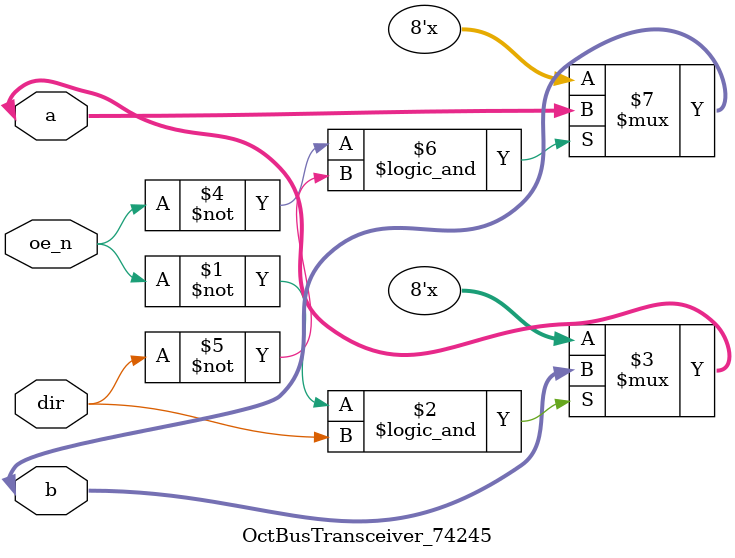
<source format=v>
`ifndef _OCTBUSTRANSCEIVER_74245_
`define _OCTBUSTRANSCEIVER_74245_

module OctBusTransceiver_74245(oe_n, dir, a, b);
	input oe_n, dir;
	inout [7:0] a,b;
	
	wire oe_n, dir;
	wire [7:0] a,b;
	
	assign #(30 + 12) a = ~oe_n &&  dir ? b : 8'bZ;
	assign #(30 + 12) b = ~oe_n && ~dir ? a : 8'bZ;
	
endmodule


`endif


</source>
